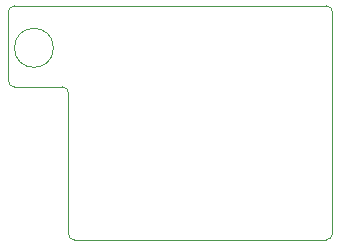
<source format=gm1>
%TF.GenerationSoftware,KiCad,Pcbnew,(5.1.8)-1*%
%TF.CreationDate,2020-12-07T12:25:25-05:00*%
%TF.ProjectId,Raspberry Pi HAT,52617370-6265-4727-9279-205069204841,1.0*%
%TF.SameCoordinates,Original*%
%TF.FileFunction,Profile,NP*%
%FSLAX46Y46*%
G04 Gerber Fmt 4.6, Leading zero omitted, Abs format (unit mm)*
G04 Created by KiCad (PCBNEW (5.1.8)-1) date 2020-12-07 12:25:25*
%MOMM*%
%LPD*%
G01*
G04 APERTURE LIST*
%TA.AperFunction,Profile*%
%ADD10C,0.050000*%
%TD*%
G04 APERTURE END LIST*
D10*
X131826000Y-92202000D02*
G75*
G02*
X132334000Y-92710000I0J-508000D01*
G01*
X132334000Y-111506000D02*
G75*
G02*
X131826000Y-112014000I-508000J0D01*
G01*
X110490000Y-112014000D02*
G75*
G02*
X109982000Y-111506000I0J508000D01*
G01*
X109474000Y-99060000D02*
G75*
G02*
X109982000Y-99568000I0J-508000D01*
G01*
X105410000Y-99060000D02*
G75*
G02*
X104902000Y-98552000I0J508000D01*
G01*
X104902000Y-92710000D02*
G75*
G02*
X105410000Y-92202000I508000J0D01*
G01*
X132334000Y-111506000D02*
X132334000Y-92710000D01*
X127762000Y-112014000D02*
X131826000Y-112014000D01*
X110490000Y-112014000D02*
X127762000Y-112014000D01*
X109982000Y-99568000D02*
X109982000Y-111506000D01*
X105410000Y-99060000D02*
X109474000Y-99060000D01*
X104902000Y-92710000D02*
X104902000Y-98552000D01*
X131826000Y-92202000D02*
X105410000Y-92202000D01*
X108712000Y-95758000D02*
G75*
G03*
X108712000Y-95758000I-1651000J0D01*
G01*
M02*

</source>
